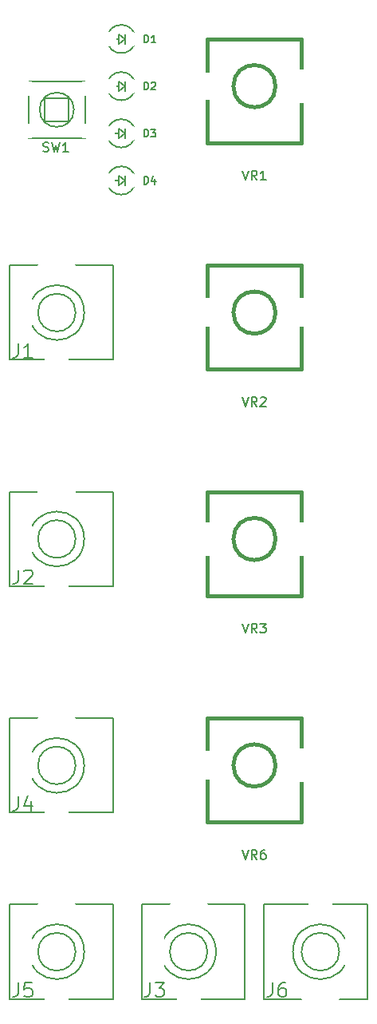
<source format=gto>
G04 #@! TF.FileFunction,Legend,Top*
%FSLAX46Y46*%
G04 Gerber Fmt 4.6, Leading zero omitted, Abs format (unit mm)*
G04 Created by KiCad (PCBNEW 4.0.2-stable) date 2019-06-10 3:09:26 PM*
%MOMM*%
G01*
G04 APERTURE LIST*
%ADD10C,0.200000*%
%ADD11C,0.150000*%
%ADD12C,0.381000*%
%ADD13C,3.275000*%
%ADD14R,1.500000X1.500000*%
%ADD15C,1.500000*%
%ADD16R,1.300000X1.500000*%
%ADD17O,4.100000X2.600000*%
%ADD18O,2.600000X2.100000*%
%ADD19O,1.600000X3.600000*%
%ADD20R,1.800000X1.800000*%
%ADD21O,1.800000X1.800000*%
%ADD22O,2.300000X1.500000*%
%ADD23O,2.350000X1.500000*%
%ADD24R,2.600000X3.600000*%
%ADD25R,2.600000X3.100000*%
%ADD26C,1.850000*%
%ADD27R,2.600000X2.850000*%
G04 APERTURE END LIST*
D10*
D11*
X123150000Y-22500000D02*
X123350000Y-22500000D01*
X120650000Y-22500000D02*
X120350000Y-22500000D01*
X122250000Y-22500000D02*
X123150000Y-22500000D01*
X120650000Y-22500000D02*
X121550000Y-22500000D01*
X122250000Y-22000000D02*
X122250000Y-23000000D01*
X121550000Y-22000000D02*
X121550000Y-23000000D01*
X121550000Y-23000000D02*
X122250000Y-22500000D01*
X122250000Y-22500000D02*
X121550000Y-22000000D01*
X123350000Y-22500000D02*
G75*
G03X123350000Y-22500000I-1500000J0D01*
G01*
X123150000Y-27500000D02*
X123350000Y-27500000D01*
X120650000Y-27500000D02*
X120350000Y-27500000D01*
X122250000Y-27500000D02*
X123150000Y-27500000D01*
X120650000Y-27500000D02*
X121550000Y-27500000D01*
X122250000Y-27000000D02*
X122250000Y-28000000D01*
X121550000Y-27000000D02*
X121550000Y-28000000D01*
X121550000Y-28000000D02*
X122250000Y-27500000D01*
X122250000Y-27500000D02*
X121550000Y-27000000D01*
X123350000Y-27500000D02*
G75*
G03X123350000Y-27500000I-1500000J0D01*
G01*
X123150000Y-32500000D02*
X123350000Y-32500000D01*
X120650000Y-32500000D02*
X120350000Y-32500000D01*
X122250000Y-32500000D02*
X123150000Y-32500000D01*
X120650000Y-32500000D02*
X121550000Y-32500000D01*
X122250000Y-32000000D02*
X122250000Y-33000000D01*
X121550000Y-32000000D02*
X121550000Y-33000000D01*
X121550000Y-33000000D02*
X122250000Y-32500000D01*
X122250000Y-32500000D02*
X121550000Y-32000000D01*
X123350000Y-32500000D02*
G75*
G03X123350000Y-32500000I-1500000J0D01*
G01*
X123150000Y-37500000D02*
X123350000Y-37500000D01*
X120650000Y-37500000D02*
X120350000Y-37500000D01*
X122250000Y-37500000D02*
X123150000Y-37500000D01*
X120650000Y-37500000D02*
X121550000Y-37500000D01*
X122250000Y-37000000D02*
X122250000Y-38000000D01*
X121550000Y-37000000D02*
X121550000Y-38000000D01*
X121550000Y-38000000D02*
X122250000Y-37500000D01*
X122250000Y-37500000D02*
X121550000Y-37000000D01*
X123350000Y-37500000D02*
G75*
G03X123350000Y-37500000I-1500000J0D01*
G01*
X117915476Y-51500000D02*
G75*
G03X117915476Y-51500000I-2915476J0D01*
G01*
X110000000Y-56500000D02*
X110000000Y-46500000D01*
X110000000Y-46500000D02*
X121000000Y-46500000D01*
X121000000Y-46500000D02*
X121000000Y-56500000D01*
X121000000Y-56500000D02*
X110000000Y-56500000D01*
X117000000Y-51500000D02*
G75*
G03X117000000Y-51500000I-2000000J0D01*
G01*
X117915476Y-75500000D02*
G75*
G03X117915476Y-75500000I-2915476J0D01*
G01*
X110000000Y-80500000D02*
X110000000Y-70500000D01*
X110000000Y-70500000D02*
X121000000Y-70500000D01*
X121000000Y-70500000D02*
X121000000Y-80500000D01*
X121000000Y-80500000D02*
X110000000Y-80500000D01*
X117000000Y-75500000D02*
G75*
G03X117000000Y-75500000I-2000000J0D01*
G01*
X131915476Y-119250000D02*
G75*
G03X131915476Y-119250000I-2915476J0D01*
G01*
X124000000Y-124250000D02*
X124000000Y-114250000D01*
X124000000Y-114250000D02*
X135000000Y-114250000D01*
X135000000Y-114250000D02*
X135000000Y-124250000D01*
X135000000Y-124250000D02*
X124000000Y-124250000D01*
X131000000Y-119250000D02*
G75*
G03X131000000Y-119250000I-2000000J0D01*
G01*
X117915476Y-99500000D02*
G75*
G03X117915476Y-99500000I-2915476J0D01*
G01*
X110000000Y-104500000D02*
X110000000Y-94500000D01*
X110000000Y-94500000D02*
X121000000Y-94500000D01*
X121000000Y-94500000D02*
X121000000Y-104500000D01*
X121000000Y-104500000D02*
X110000000Y-104500000D01*
X117000000Y-99500000D02*
G75*
G03X117000000Y-99500000I-2000000J0D01*
G01*
X117915476Y-119250000D02*
G75*
G03X117915476Y-119250000I-2915476J0D01*
G01*
X110000000Y-124250000D02*
X110000000Y-114250000D01*
X110000000Y-114250000D02*
X121000000Y-114250000D01*
X121000000Y-114250000D02*
X121000000Y-124250000D01*
X121000000Y-124250000D02*
X110000000Y-124250000D01*
X117000000Y-119250000D02*
G75*
G03X117000000Y-119250000I-2000000J0D01*
G01*
X145915476Y-119250000D02*
G75*
G03X145915476Y-119250000I-2915476J0D01*
G01*
X148000000Y-114250000D02*
X148000000Y-124250000D01*
X148000000Y-124250000D02*
X137000000Y-124250000D01*
X137000000Y-124250000D02*
X137000000Y-114250000D01*
X137000000Y-114250000D02*
X148000000Y-114250000D01*
X145000000Y-119250000D02*
G75*
G03X145000000Y-119250000I-2000000J0D01*
G01*
X113750000Y-28750000D02*
X116250000Y-28750000D01*
X116250000Y-28750000D02*
X116250000Y-31250000D01*
X116250000Y-31250000D02*
X113750000Y-31250000D01*
X113750000Y-31250000D02*
X113750000Y-28750000D01*
X116820027Y-30000000D02*
G75*
G03X116820027Y-30000000I-1820027J0D01*
G01*
X112000000Y-27000000D02*
X118000000Y-27000000D01*
X118000000Y-27000000D02*
X118000000Y-33000000D01*
X118000000Y-33000000D02*
X112000000Y-33000000D01*
X112000000Y-33000000D02*
X112000000Y-27000000D01*
D12*
X138236068Y-99500000D02*
G75*
G03X138236068Y-99500000I-2236068J0D01*
G01*
X131000000Y-99500000D02*
X131000000Y-94500000D01*
X131000000Y-94500000D02*
X141000000Y-94500000D01*
X141000000Y-94500000D02*
X141000000Y-105500000D01*
X141000000Y-105500000D02*
X131000000Y-105500000D01*
X131000000Y-105500000D02*
X131000000Y-99500000D01*
X138236068Y-75500000D02*
G75*
G03X138236068Y-75500000I-2236068J0D01*
G01*
X131000000Y-75500000D02*
X131000000Y-70500000D01*
X131000000Y-70500000D02*
X141000000Y-70500000D01*
X141000000Y-70500000D02*
X141000000Y-81500000D01*
X141000000Y-81500000D02*
X131000000Y-81500000D01*
X131000000Y-81500000D02*
X131000000Y-75500000D01*
X138236068Y-51500000D02*
G75*
G03X138236068Y-51500000I-2236068J0D01*
G01*
X131000000Y-51500000D02*
X131000000Y-46500000D01*
X131000000Y-46500000D02*
X141000000Y-46500000D01*
X141000000Y-46500000D02*
X141000000Y-57500000D01*
X141000000Y-57500000D02*
X131000000Y-57500000D01*
X131000000Y-57500000D02*
X131000000Y-51500000D01*
X138236068Y-27500000D02*
G75*
G03X138236068Y-27500000I-2236068J0D01*
G01*
X131000000Y-27500000D02*
X131000000Y-22500000D01*
X131000000Y-22500000D02*
X141000000Y-22500000D01*
X141000000Y-22500000D02*
X141000000Y-33500000D01*
X141000000Y-33500000D02*
X131000000Y-33500000D01*
X131000000Y-33500000D02*
X131000000Y-27500000D01*
D11*
X124270077Y-22887695D02*
X124270077Y-22074895D01*
X124463601Y-22074895D01*
X124579715Y-22113600D01*
X124657124Y-22191010D01*
X124695829Y-22268419D01*
X124734534Y-22423238D01*
X124734534Y-22539352D01*
X124695829Y-22694171D01*
X124657124Y-22771581D01*
X124579715Y-22848990D01*
X124463601Y-22887695D01*
X124270077Y-22887695D01*
X125508629Y-22887695D02*
X125044172Y-22887695D01*
X125276401Y-22887695D02*
X125276401Y-22074895D01*
X125198991Y-22191010D01*
X125121582Y-22268419D01*
X125044172Y-22307124D01*
X124270077Y-27887695D02*
X124270077Y-27074895D01*
X124463601Y-27074895D01*
X124579715Y-27113600D01*
X124657124Y-27191010D01*
X124695829Y-27268419D01*
X124734534Y-27423238D01*
X124734534Y-27539352D01*
X124695829Y-27694171D01*
X124657124Y-27771581D01*
X124579715Y-27848990D01*
X124463601Y-27887695D01*
X124270077Y-27887695D01*
X125044172Y-27152305D02*
X125082877Y-27113600D01*
X125160286Y-27074895D01*
X125353810Y-27074895D01*
X125431220Y-27113600D01*
X125469924Y-27152305D01*
X125508629Y-27229714D01*
X125508629Y-27307124D01*
X125469924Y-27423238D01*
X125005467Y-27887695D01*
X125508629Y-27887695D01*
X124270077Y-32887695D02*
X124270077Y-32074895D01*
X124463601Y-32074895D01*
X124579715Y-32113600D01*
X124657124Y-32191010D01*
X124695829Y-32268419D01*
X124734534Y-32423238D01*
X124734534Y-32539352D01*
X124695829Y-32694171D01*
X124657124Y-32771581D01*
X124579715Y-32848990D01*
X124463601Y-32887695D01*
X124270077Y-32887695D01*
X125005467Y-32074895D02*
X125508629Y-32074895D01*
X125237696Y-32384533D01*
X125353810Y-32384533D01*
X125431220Y-32423238D01*
X125469924Y-32461943D01*
X125508629Y-32539352D01*
X125508629Y-32732876D01*
X125469924Y-32810286D01*
X125431220Y-32848990D01*
X125353810Y-32887695D01*
X125121582Y-32887695D01*
X125044172Y-32848990D01*
X125005467Y-32810286D01*
X124270077Y-37887695D02*
X124270077Y-37074895D01*
X124463601Y-37074895D01*
X124579715Y-37113600D01*
X124657124Y-37191010D01*
X124695829Y-37268419D01*
X124734534Y-37423238D01*
X124734534Y-37539352D01*
X124695829Y-37694171D01*
X124657124Y-37771581D01*
X124579715Y-37848990D01*
X124463601Y-37887695D01*
X124270077Y-37887695D01*
X125431220Y-37345829D02*
X125431220Y-37887695D01*
X125237696Y-37036190D02*
X125044172Y-37616762D01*
X125547334Y-37616762D01*
X110900000Y-54778571D02*
X110900000Y-55850000D01*
X110828572Y-56064286D01*
X110685715Y-56207143D01*
X110471429Y-56278571D01*
X110328572Y-56278571D01*
X112400000Y-56278571D02*
X111542857Y-56278571D01*
X111971429Y-56278571D02*
X111971429Y-54778571D01*
X111828572Y-54992857D01*
X111685714Y-55135714D01*
X111542857Y-55207143D01*
X110900000Y-78778571D02*
X110900000Y-79850000D01*
X110828572Y-80064286D01*
X110685715Y-80207143D01*
X110471429Y-80278571D01*
X110328572Y-80278571D01*
X111542857Y-78921429D02*
X111614286Y-78850000D01*
X111757143Y-78778571D01*
X112114286Y-78778571D01*
X112257143Y-78850000D01*
X112328572Y-78921429D01*
X112400000Y-79064286D01*
X112400000Y-79207143D01*
X112328572Y-79421429D01*
X111471429Y-80278571D01*
X112400000Y-80278571D01*
X124900000Y-122528571D02*
X124900000Y-123600000D01*
X124828572Y-123814286D01*
X124685715Y-123957143D01*
X124471429Y-124028571D01*
X124328572Y-124028571D01*
X125471429Y-122528571D02*
X126400000Y-122528571D01*
X125900000Y-123100000D01*
X126114286Y-123100000D01*
X126257143Y-123171429D01*
X126328572Y-123242857D01*
X126400000Y-123385714D01*
X126400000Y-123742857D01*
X126328572Y-123885714D01*
X126257143Y-123957143D01*
X126114286Y-124028571D01*
X125685714Y-124028571D01*
X125542857Y-123957143D01*
X125471429Y-123885714D01*
X110900000Y-102778571D02*
X110900000Y-103850000D01*
X110828572Y-104064286D01*
X110685715Y-104207143D01*
X110471429Y-104278571D01*
X110328572Y-104278571D01*
X112257143Y-103278571D02*
X112257143Y-104278571D01*
X111900000Y-102707143D02*
X111542857Y-103778571D01*
X112471429Y-103778571D01*
X110900000Y-122548571D02*
X110900000Y-123620000D01*
X110828572Y-123834286D01*
X110685715Y-123977143D01*
X110471429Y-124048571D01*
X110328572Y-124048571D01*
X112328572Y-122548571D02*
X111614286Y-122548571D01*
X111542857Y-123262857D01*
X111614286Y-123191429D01*
X111757143Y-123120000D01*
X112114286Y-123120000D01*
X112257143Y-123191429D01*
X112328572Y-123262857D01*
X112400000Y-123405714D01*
X112400000Y-123762857D01*
X112328572Y-123905714D01*
X112257143Y-123977143D01*
X112114286Y-124048571D01*
X111757143Y-124048571D01*
X111614286Y-123977143D01*
X111542857Y-123905714D01*
X137900000Y-122528571D02*
X137900000Y-123600000D01*
X137828572Y-123814286D01*
X137685715Y-123957143D01*
X137471429Y-124028571D01*
X137328572Y-124028571D01*
X139257143Y-122528571D02*
X138971429Y-122528571D01*
X138828572Y-122600000D01*
X138757143Y-122671429D01*
X138614286Y-122885714D01*
X138542857Y-123171429D01*
X138542857Y-123742857D01*
X138614286Y-123885714D01*
X138685714Y-123957143D01*
X138828572Y-124028571D01*
X139114286Y-124028571D01*
X139257143Y-123957143D01*
X139328572Y-123885714D01*
X139400000Y-123742857D01*
X139400000Y-123385714D01*
X139328572Y-123242857D01*
X139257143Y-123171429D01*
X139114286Y-123100000D01*
X138828572Y-123100000D01*
X138685714Y-123171429D01*
X138614286Y-123242857D01*
X138542857Y-123385714D01*
X113566667Y-34404762D02*
X113709524Y-34452381D01*
X113947620Y-34452381D01*
X114042858Y-34404762D01*
X114090477Y-34357143D01*
X114138096Y-34261905D01*
X114138096Y-34166667D01*
X114090477Y-34071429D01*
X114042858Y-34023810D01*
X113947620Y-33976190D01*
X113757143Y-33928571D01*
X113661905Y-33880952D01*
X113614286Y-33833333D01*
X113566667Y-33738095D01*
X113566667Y-33642857D01*
X113614286Y-33547619D01*
X113661905Y-33500000D01*
X113757143Y-33452381D01*
X113995239Y-33452381D01*
X114138096Y-33500000D01*
X114471429Y-33452381D02*
X114709524Y-34452381D01*
X114900001Y-33738095D01*
X115090477Y-34452381D01*
X115328572Y-33452381D01*
X116233334Y-34452381D02*
X115661905Y-34452381D01*
X115947619Y-34452381D02*
X115947619Y-33452381D01*
X115852381Y-33595238D01*
X115757143Y-33690476D01*
X115661905Y-33738095D01*
X134690476Y-108452381D02*
X135023809Y-109452381D01*
X135357143Y-108452381D01*
X136261905Y-109452381D02*
X135928571Y-108976190D01*
X135690476Y-109452381D02*
X135690476Y-108452381D01*
X136071429Y-108452381D01*
X136166667Y-108500000D01*
X136214286Y-108547619D01*
X136261905Y-108642857D01*
X136261905Y-108785714D01*
X136214286Y-108880952D01*
X136166667Y-108928571D01*
X136071429Y-108976190D01*
X135690476Y-108976190D01*
X137119048Y-108452381D02*
X136928571Y-108452381D01*
X136833333Y-108500000D01*
X136785714Y-108547619D01*
X136690476Y-108690476D01*
X136642857Y-108880952D01*
X136642857Y-109261905D01*
X136690476Y-109357143D01*
X136738095Y-109404762D01*
X136833333Y-109452381D01*
X137023810Y-109452381D01*
X137119048Y-109404762D01*
X137166667Y-109357143D01*
X137214286Y-109261905D01*
X137214286Y-109023810D01*
X137166667Y-108928571D01*
X137119048Y-108880952D01*
X137023810Y-108833333D01*
X136833333Y-108833333D01*
X136738095Y-108880952D01*
X136690476Y-108928571D01*
X136642857Y-109023810D01*
X134690476Y-84452381D02*
X135023809Y-85452381D01*
X135357143Y-84452381D01*
X136261905Y-85452381D02*
X135928571Y-84976190D01*
X135690476Y-85452381D02*
X135690476Y-84452381D01*
X136071429Y-84452381D01*
X136166667Y-84500000D01*
X136214286Y-84547619D01*
X136261905Y-84642857D01*
X136261905Y-84785714D01*
X136214286Y-84880952D01*
X136166667Y-84928571D01*
X136071429Y-84976190D01*
X135690476Y-84976190D01*
X136595238Y-84452381D02*
X137214286Y-84452381D01*
X136880952Y-84833333D01*
X137023810Y-84833333D01*
X137119048Y-84880952D01*
X137166667Y-84928571D01*
X137214286Y-85023810D01*
X137214286Y-85261905D01*
X137166667Y-85357143D01*
X137119048Y-85404762D01*
X137023810Y-85452381D01*
X136738095Y-85452381D01*
X136642857Y-85404762D01*
X136595238Y-85357143D01*
X134690476Y-60452381D02*
X135023809Y-61452381D01*
X135357143Y-60452381D01*
X136261905Y-61452381D02*
X135928571Y-60976190D01*
X135690476Y-61452381D02*
X135690476Y-60452381D01*
X136071429Y-60452381D01*
X136166667Y-60500000D01*
X136214286Y-60547619D01*
X136261905Y-60642857D01*
X136261905Y-60785714D01*
X136214286Y-60880952D01*
X136166667Y-60928571D01*
X136071429Y-60976190D01*
X135690476Y-60976190D01*
X136642857Y-60547619D02*
X136690476Y-60500000D01*
X136785714Y-60452381D01*
X137023810Y-60452381D01*
X137119048Y-60500000D01*
X137166667Y-60547619D01*
X137214286Y-60642857D01*
X137214286Y-60738095D01*
X137166667Y-60880952D01*
X136595238Y-61452381D01*
X137214286Y-61452381D01*
X134690476Y-36452381D02*
X135023809Y-37452381D01*
X135357143Y-36452381D01*
X136261905Y-37452381D02*
X135928571Y-36976190D01*
X135690476Y-37452381D02*
X135690476Y-36452381D01*
X136071429Y-36452381D01*
X136166667Y-36500000D01*
X136214286Y-36547619D01*
X136261905Y-36642857D01*
X136261905Y-36785714D01*
X136214286Y-36880952D01*
X136166667Y-36928571D01*
X136071429Y-36976190D01*
X135690476Y-36976190D01*
X137214286Y-37452381D02*
X136642857Y-37452381D01*
X136928571Y-37452381D02*
X136928571Y-36452381D01*
X136833333Y-36595238D01*
X136738095Y-36690476D01*
X136642857Y-36738095D01*
%LPC*%
D13*
X144500000Y-73000000D03*
X119250000Y-111250000D03*
X113250000Y-67500000D03*
D14*
X120580000Y-22500000D03*
D15*
X123120000Y-22500000D03*
D14*
X120580000Y-27500000D03*
D15*
X123120000Y-27500000D03*
D16*
X120580000Y-32500000D03*
D15*
X123120000Y-32500000D03*
D16*
X120580000Y-37500000D03*
D15*
X123120000Y-37500000D03*
D17*
X115000000Y-46800000D03*
D18*
X115000000Y-56200000D03*
D19*
X119900000Y-51500000D03*
X111700000Y-51500000D03*
D17*
X115000000Y-70800000D03*
D18*
X115000000Y-80200000D03*
D19*
X119900000Y-75500000D03*
X111700000Y-75500000D03*
D17*
X129000000Y-114550000D03*
D18*
X129000000Y-123950000D03*
D19*
X133900000Y-119250000D03*
X125700000Y-119250000D03*
D17*
X115000000Y-94800000D03*
D18*
X115000000Y-104200000D03*
D19*
X119900000Y-99500000D03*
X111700000Y-99500000D03*
D17*
X115000000Y-114550000D03*
D18*
X115000000Y-123950000D03*
D19*
X119900000Y-119250000D03*
X111700000Y-119250000D03*
D17*
X143000000Y-123950000D03*
D18*
X143000000Y-114550000D03*
D19*
X138100000Y-119250000D03*
X146300000Y-119250000D03*
D20*
X142300000Y-41800000D03*
D21*
X144840000Y-41800000D03*
X142300000Y-39260000D03*
X144840000Y-39260000D03*
X142300000Y-36720000D03*
X144840000Y-36720000D03*
X142300000Y-34180000D03*
X144840000Y-34180000D03*
X142300000Y-31640000D03*
X144840000Y-31640000D03*
D22*
X111750000Y-27750000D03*
X111750000Y-32250000D03*
D23*
X118250000Y-27750000D03*
X118250000Y-32250000D03*
D13*
X127500000Y-27500000D03*
D24*
X140800000Y-99500000D03*
D25*
X131200000Y-99500000D03*
D26*
X138500000Y-107000000D03*
X136000000Y-107000000D03*
X133500000Y-107000000D03*
D24*
X140800000Y-75500000D03*
X131200000Y-75500000D03*
D26*
X138500000Y-83000000D03*
X136000000Y-83000000D03*
X133500000Y-83000000D03*
D25*
X140800000Y-51500000D03*
X131200000Y-51500000D03*
D26*
X138500000Y-59000000D03*
X136000000Y-59000000D03*
X133500000Y-59000000D03*
D24*
X140800000Y-27500000D03*
D27*
X131200000Y-27500000D03*
D26*
X138500000Y-35000000D03*
X136000000Y-35000000D03*
X133500000Y-35000000D03*
M02*

</source>
